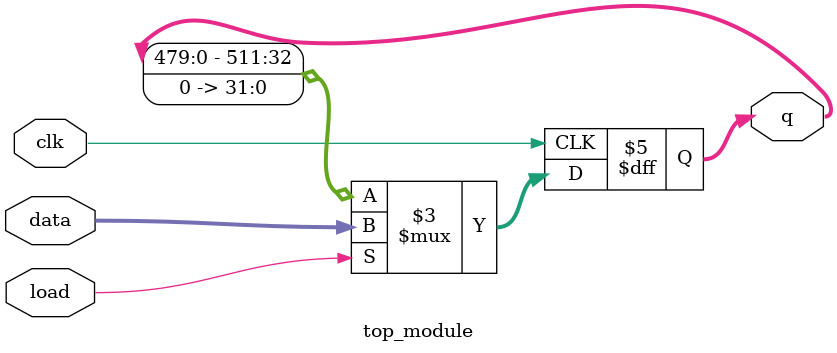
<source format=sv>
module top_module(
	input clk,
	input load,
	input [511:0] data,
	output reg [511:0] q);
	
	always @(posedge clk) begin
		if (load) begin
			q <= data;
		end else begin
			q <= {q[510:0], 0};
		end
	end
	
endmodule

</source>
